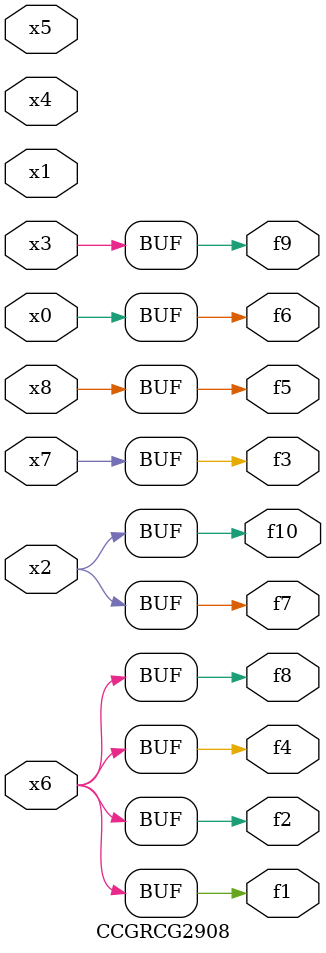
<source format=v>
module CCGRCG2908(
	input x0, x1, x2, x3, x4, x5, x6, x7, x8,
	output f1, f2, f3, f4, f5, f6, f7, f8, f9, f10
);
	assign f1 = x6;
	assign f2 = x6;
	assign f3 = x7;
	assign f4 = x6;
	assign f5 = x8;
	assign f6 = x0;
	assign f7 = x2;
	assign f8 = x6;
	assign f9 = x3;
	assign f10 = x2;
endmodule

</source>
